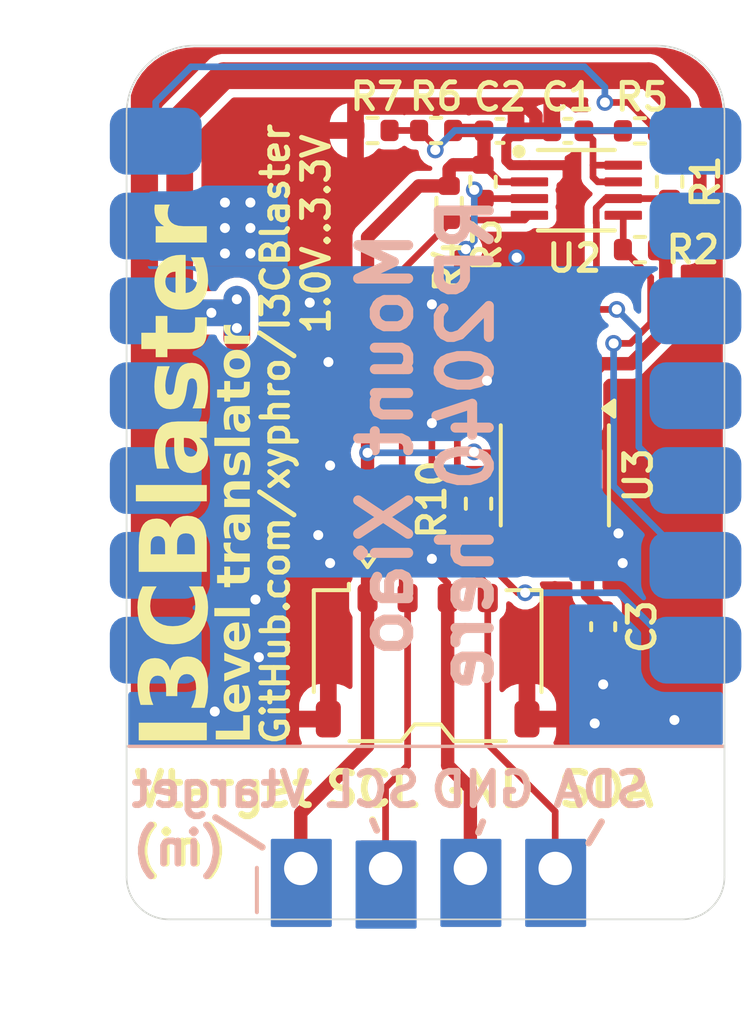
<source format=kicad_pcb>
(kicad_pcb (version 20240108) (generator "pcbnew") (generator_version "8.0")
  (layers (0 "F.Cu" signal) (31 "B.Cu" signal) (34 "B.Paste" user) (35 "F.Paste" user) (36 "B.SilkS" user "B.Silkscreen") (37 "F.SilkS" user "F.Silkscreen") (38 "B.Mask" user) (39 "F.Mask" user) (44 "Edge.Cuts" user))
  (net 0 "")
  (net 1 "Net-(U2-EN)")
  (net 2 "GND")
  (net 3 "VIO")
  (net 4 "Net-(U1-PA8_A4_D4_SDA)")
  (net 5 "+3V3")
  (net 6 "Net-(U1-PA9_A5_D5_SCL)")
  (net 14 "SDA")
  (net 15 "SCL")
  (net 16 "Net-(U1-PA02_A0_D0)")
  (net 18 "EN_ACC")
  (net 19 "+5V")
  (net 20 "Net-(U3-EN)")
  (footprint "Resistor_SMD:R_0402_1005Metric" (layer "F.Cu") (at 103.759 108.585 90)
    (property "Reference" "R10" (at 0.127 -1.397 270) (layer "F.SilkS") (effects (font (size 0.8 0.8))))
    (property "Value" "1k")
    (fp_line (start -0.153641 -0.38) (end 0.153641 -0.38) (stroke (width 0.12)) (layer "F.SilkS"))
    (fp_line (start -0.153641 0.38) (end 0.153641 0.38) (stroke (width 0.12)) (layer "F.SilkS"))
    (pad "1" smd roundrect (at -0.51 0 90) (size 0.54 0.64) (layers "F.Cu" "F.Paste" "F.Mask") (net 18 "EN_ACC"))
    (pad "2" smd roundrect (at 0.51 0 90) (size 0.54 0.64) (layers "F.Cu" "F.Paste" "F.Mask") (net 20 "Net-(U3-EN)"))
  )
  (footprint "Connector_JST:JST_ACH_BM04B-ACHSS-A-GAN-ETF_1x04-1MP_P1.20mm_Vertical" (layer "F.Cu") (at 102.235 113.284)
    (property "Reference" "J1" (hide yes))
    (property "Value" "Conn_01x04_MountingPin")
    (fp_line (start -3.41 -2.11) (end -2.36 -2.11) (stroke (width 0.12)) (layer "F.SilkS"))
    (fp_line (start -3.41 0.94) (end -3.41 -2.11) (stroke (width 0.12)) (layer "F.SilkS"))
    (fp_line (start -2.36 -2.11) (end -2.36 -2.3) (stroke (width 0.12)) (layer "F.SilkS"))
    (fp_line (start -2.34 2.41) (end -0.79 2.41) (stroke (width 0.12)) (layer "F.SilkS"))
    (fp_line (start -2.05 -3.153553) (end -1.8 -2.8) (stroke (width 0.12)) (layer "F.SilkS"))
    (fp_line (start -1.8 -2.8) (end -1.55 -3.153553) (stroke (width 0.12)) (layer "F.SilkS"))
    (fp_line (start -1.55 -3.153553) (end -2.05 -3.153553) (stroke (width 0.12)) (layer "F.SilkS"))
    (fp_line (start -0.79 2.41) (end -0.39 1.91) (stroke (width 0.12)) (layer "F.SilkS"))
    (fp_line (start -0.39 1.91) (end 0.39 1.91) (stroke (width 0.12)) (layer "F.SilkS"))
    (fp_line (start 0.39 1.91) (end 0.79 2.41) (stroke (width 0.12)) (layer "F.SilkS"))
    (fp_line (start 0.79 2.41) (end 2.34 2.41) (stroke (width 0.12)) (layer "F.SilkS"))
    (fp_line (start 3.41 -2.11) (end 2.36 -2.11) (stroke (width 0.12)) (layer "F.SilkS"))
    (fp_line (start 3.41 0.94) (end 3.41 -2.11) (stroke (width 0.12)) (layer "F.SilkS"))
    (pad "1" smd roundrect (at -1.8 -1.875) (size 0.6 0.85) (layers "F.Cu" "F.Paste" "F.Mask") (net 3 "VIO"))
    (pad "2" smd roundrect (at -0.6 -1.875) (size 0.6 0.85) (layers "F.Cu" "F.Paste" "F.Mask") (net 15 "SCL"))
    (pad "3" smd roundrect (at 0.6 -1.875) (size 0.6 0.85) (layers "F.Cu" "F.Paste" "F.Mask") (net 2 "GND"))
    (pad "4" smd roundrect (at 1.8 -1.875) (size 0.6 0.85) (layers "F.Cu" "F.Paste" "F.Mask") (net 14 "SDA"))
    (pad "MP" smd roundrect (at -2.975 1.75) (size 0.75 1.1) (layers "F.Cu" "F.Paste" "F.Mask") (net 2 "GND"))
    (pad "MP" smd roundrect (at 2.975 1.75) (size 0.75 1.1) (layers "F.Cu" "F.Paste" "F.Mask") (net 2 "GND"))
  )
  (footprint "Resistor_SMD:R_0402_1005Metric" (layer "F.Cu") (at 102.878 99.58 -90)
    (property "Reference" "R4" (at 1.893 0.008 -90) (layer "F.SilkS") (effects (font (size 0.8 0.8))))
    (property "Value" "4k7")
    (fp_line (start -0.153641 0.38) (end 0.153641 0.38) (stroke (width 0.12)) (layer "F.SilkS"))
    (fp_line (start -0.153641 -0.38) (end 0.153641 -0.38) (stroke (width 0.12)) (layer "F.SilkS"))
    (pad "1" smd roundrect (at -0.51 0 270) (size 0.54 0.64) (layers "F.Cu" "F.Paste" "F.Mask") (net 3 "VIO"))
    (pad "2" smd roundrect (at 0.51 0 270) (size 0.54 0.64) (layers "F.Cu" "F.Paste" "F.Mask") (net 15 "SCL"))
  )
  (footprint "Package_SO:VSSOP-8_3.0x3.0mm_P0.65mm" (layer "F.Cu") (at 106.045 107.737 -90)
    (property "Reference" "U3" (at 0 -2.5 90) (layer "F.SilkS") (effects (font (size 0.8 0.8))))
    (property "Value" "NCA9700")
    (fp_line (start 1.5 1.62) (end -1.5 1.62) (stroke (width 0.12)) (layer "F.SilkS"))
    (fp_line (start 1.5 -1.62) (end -1.5 -1.62) (stroke (width 0.12)) (layer "F.SilkS"))
    (fp_poly (pts (xy -2 -1.45) (xy -2.24 -1.78) (xy -1.76 -1.78) (xy -2 -1.45)) (stroke (width 0.12)) (fill solid) (layer "F.SilkS"))
    (pad "1" smd rect (at -2.2 -0.975 180) (size 0.45 1.45) (layers "F.Cu" "F.Paste" "F.Mask") (net 5 "+3V3"))
    (pad "2" smd rect (at -2.2 -0.325 180) (size 0.45 1.45) (layers "F.Cu" "F.Paste" "F.Mask"))
    (pad "3" smd rect (at -2.2 0.325 180) (size 0.45 1.45) (layers "F.Cu" "F.Paste" "F.Mask") (net 4 "Net-(U1-PA8_A4_D4_SDA)"))
    (pad "4" smd rect (at -2.2 0.975 180) (size 0.45 1.45) (layers "F.Cu" "F.Paste" "F.Mask") (net 2 "GND"))
    (pad "5" smd rect (at 2.2 0.975 180) (size 0.45 1.45) (layers "F.Cu" "F.Paste" "F.Mask") (net 20 "Net-(U3-EN)"))
    (pad "6" smd rect (at 2.2 0.325 180) (size 0.45 1.45) (layers "F.Cu" "F.Paste" "F.Mask"))
    (pad "7" smd rect (at 2.2 -0.325 180) (size 0.45 1.45) (layers "F.Cu" "F.Paste" "F.Mask") (net 14 "SDA"))
    (pad "8" smd rect (at 2.2 -0.975 180) (size 0.45 1.45) (layers "F.Cu" "F.Paste" "F.Mask") (net 3 "VIO"))
  )
  (footprint "Resistor_SMD:R_0402_1005Metric" (layer "F.Cu") (at 102.489 97.409 180)
    (property "Reference" "R6" (at 0 1.016 180) (layer "F.SilkS") (effects (font (size 0.8 0.8))))
    (property "Value" "10k")
    (fp_line (start -0.153641 0.38) (end 0.153641 0.38) (stroke (width 0.12)) (layer "F.SilkS"))
    (fp_line (start -0.153641 -0.38) (end 0.153641 -0.38) (stroke (width 0.12)) (layer "F.SilkS"))
    (pad "1" smd roundrect (at -0.51 0 180) (size 0.54 0.64) (layers "F.Cu" "F.Paste" "F.Mask") (net 3 "VIO"))
    (pad "2" smd roundrect (at 0.51 0 180) (size 0.54 0.64) (layers "F.Cu" "F.Paste" "F.Mask") (net 16 "Net-(U1-PA02_A0_D0)"))
  )
  (footprint "Resistor_SMD:R_0402_1005Metric" (layer "F.Cu") (at 108.593 97.421 180)
    (property "Reference" "R5" (at -0.0615 1.012 180) (layer "F.SilkS") (effects (font (size 0.8 0.8))))
    (property "Value" "210k")
    (fp_line (start -0.153641 0.38) (end 0.153641 0.38) (stroke (width 0.12)) (layer "F.SilkS"))
    (fp_line (start -0.153641 -0.38) (end 0.153641 -0.38) (stroke (width 0.12)) (layer "F.SilkS"))
    (pad "1" smd roundrect (at -0.51 0 180) (size 0.54 0.64) (layers "F.Cu" "F.Paste" "F.Mask") (net 19 "+5V"))
    (pad "2" smd roundrect (at 0.51 0 180) (size 0.54 0.64) (layers "F.Cu" "F.Paste" "F.Mask") (net 1 "Net-(U2-EN)"))
  )
  (footprint "Capacitor_SMD:C_0402_1005Metric" (layer "F.Cu") (at 104.402 97.421)
    (property "Reference" "C2" (at 0 -1.012 0) (layer "F.SilkS") (effects (font (size 0.8 0.8))))
    (property "Value" "100n")
    (fp_line (start -0.107836 -0.36) (end 0.107836 -0.36) (stroke (width 0.12)) (layer "F.SilkS"))
    (fp_line (start -0.107836 0.36) (end 0.107836 0.36) (stroke (width 0.12)) (layer "F.SilkS"))
    (pad "1" smd roundrect (at -0.48 0) (size 0.56 0.62) (layers "F.Cu" "F.Paste" "F.Mask") (net 3 "VIO"))
    (pad "2" smd roundrect (at 0.48 0) (size 0.56 0.62) (layers "F.Cu" "F.Paste" "F.Mask") (net 2 "GND"))
  )
  (footprint "Resistor_SMD:R_0402_1005Metric" (layer "F.Cu") (at 108.593 100.977 180)
    (property "Reference" "R2" (at -1.5855 -0.004 180) (layer "F.SilkS") (effects (font (size 0.8 0.8))))
    (property "Value" "2k2")
    (fp_line (start -0.153641 0.38) (end 0.153641 0.38) (stroke (width 0.12)) (layer "F.SilkS"))
    (fp_line (start -0.153641 -0.38) (end 0.153641 -0.38) (stroke (width 0.12)) (layer "F.SilkS"))
    (pad "1" smd roundrect (at -0.51 0 180) (size 0.54 0.64) (layers "F.Cu" "F.Paste" "F.Mask") (net 5 "+3V3"))
    (pad "2" smd roundrect (at 0.51 0 180) (size 0.54 0.64) (layers "F.Cu" "F.Paste" "F.Mask") (net 6 "Net-(U1-PA9_A5_D5_SCL)"))
  )
  (footprint "Capacitor_SMD:C_0402_1005Metric" (layer "F.Cu") (at 106.434 97.421 180)
    (property "Reference" "C1" (at 0 1.012 180) (layer "F.SilkS") (effects (font (size 0.8 0.8))))
    (property "Value" "100n")
    (fp_line (start -0.107836 0.36) (end 0.107836 0.36) (stroke (width 0.12)) (layer "F.SilkS"))
    (fp_line (start -0.107836 -0.36) (end 0.107836 -0.36) (stroke (width 0.12)) (layer "F.SilkS"))
    (pad "1" smd roundrect (at -0.48 0 180) (size 0.56 0.62) (layers "F.Cu" "F.Paste" "F.Mask") (net 1 "Net-(U2-EN)"))
    (pad "2" smd roundrect (at 0.48 0 180) (size 0.56 0.62) (layers "F.Cu" "F.Paste" "F.Mask") (net 2 "GND"))
  )
  (footprint "Resistor_SMD:R_0402_1005Metric" (layer "F.Cu") (at 103.894 98.947 -90)
    (property "Reference" "R3" (at 1.891 -0.119 90) (layer "F.SilkS") (effects (font (size 0.8 0.8))))
    (property "Value" "4k7")
    (fp_line (start -0.153641 0.38) (end 0.153641 0.38) (stroke (width 0.12)) (layer "F.SilkS"))
    (fp_line (start -0.153641 -0.38) (end 0.153641 -0.38) (stroke (width 0.12)) (layer "F.SilkS"))
    (pad "1" smd roundrect (at -0.51 0 270) (size 0.54 0.64) (layers "F.Cu" "F.Paste" "F.Mask") (net 3 "VIO"))
    (pad "2" smd roundrect (at 0.51 0 270) (size 0.54 0.64) (layers "F.Cu" "F.Paste" "F.Mask") (net 14 "SDA"))
  )
  (footprint "Resistor_SMD:R_0402_1005Metric" (layer "F.Cu") (at 100.584 97.409 180)
    (property "Reference" "R7" (at -0.127 1.016 180) (layer "F.SilkS") (effects (font (size 0.8 0.8))))
    (property "Value" "10k")
    (fp_line (start -0.153641 0.38) (end 0.153641 0.38) (stroke (width 0.12)) (layer "F.SilkS"))
    (fp_line (start -0.153641 -0.38) (end 0.153641 -0.38) (stroke (width 0.12)) (layer "F.SilkS"))
    (pad "1" smd roundrect (at -0.51 0 180) (size 0.54 0.64) (layers "F.Cu" "F.Paste" "F.Mask") (net 16 "Net-(U1-PA02_A0_D0)"))
    (pad "2" smd roundrect (at 0.51 0 180) (size 0.54 0.64) (layers "F.Cu" "F.Paste" "F.Mask") (net 2 "GND"))
  )
  (footprint "Resistor_SMD:R_0402_1005Metric" (layer "F.Cu") (at 109.482 98.945 -90)
    (property "Reference" "R1" (at 0.004 -1.0775 90) (layer "F.SilkS") (effects (font (size 0.8 0.8))))
    (property "Value" "2k2")
    (fp_line (start -0.153641 0.38) (end 0.153641 0.38) (stroke (width 0.12)) (layer "F.SilkS"))
    (fp_line (start -0.153641 -0.38) (end 0.153641 -0.38) (stroke (width 0.12)) (layer "F.SilkS"))
    (pad "1" smd roundrect (at -0.51 0 270) (size 0.54 0.64) (layers "F.Cu" "F.Paste" "F.Mask") (net 5 "+3V3"))
    (pad "2" smd roundrect (at 0.51 0 270) (size 0.54 0.64) (layers "F.Cu" "F.Paste" "F.Mask") (net 4 "Net-(U1-PA8_A4_D4_SDA)"))
  )
  (footprint "Capacitor_SMD:C_0402_1005Metric" (layer "F.Cu") (at 107.4928 112.268 -90)
    (property "Reference" "C3" (at 0 -1.16 90) (layer "F.SilkS") (effects (font (size 0.8 0.8))))
    (property "Value" "100n")
    (fp_line (start -0.107836 0.36) (end 0.107836 0.36) (stroke (width 0.12)) (layer "F.SilkS"))
    (fp_line (start -0.107836 -0.36) (end 0.107836 -0.36) (stroke (width 0.12)) (layer "F.SilkS"))
    (pad "1" smd roundrect (at -0.48 0 270) (size 0.56 0.62) (layers "F.Cu" "F.Paste" "F.Mask") (net 3 "VIO"))
    (pad "2" smd roundrect (at 0.48 0 270) (size 0.56 0.62) (layers "F.Cu" "F.Paste" "F.Mask") (net 2 "GND"))
  )
  (footprint "Library:SOP50P310X90-8N" (layer "F.Cu") (at 106.688 99.199)
    (property "Reference" "U2" (at -0.0655 2.036 0) (layer "F.SilkS") (effects (font (size 0.8 0.8))))
    (property "Value" "LSF0102" (hide yes))
    (fp_line (start -1.15 -1.205) (end 1.15 -1.205) (stroke (width 0.127)) (layer "F.SilkS"))
    (fp_line (start -1.15 1.205) (end 1.15 1.205) (stroke (width 0.127)) (layer "F.SilkS"))
    (fp_circle (center -1.72 -1.16) (end -1.62 -1.16) (stroke (width 0.2)) (fill none) (layer "F.SilkS"))
    (pad "1" smd roundrect (at -1.405 -0.75) (size 1.12 0.27) (layers "F.Cu" "F.Paste" "F.Mask") (roundrect_rratio 0.125) (net 2 "GND"))
    (pad "2" smd roundrect (at -1.405 -0.25) (size 1.12 0.27) (layers "F.Cu" "F.Paste" "F.Mask") (roundrect_rratio 0.125) (net 3 "VIO"))
    (pad "3" smd roundrect (at -1.405 0.25) (size 1.12 0.27) (layers "F.Cu" "F.Paste" "F.Mask") (roundrect_rratio 0.125) (net 14 "SDA"))
    (pad "4" smd roundrect (at -1.405 0.75) (size 1.12 0.27) (layers "F.Cu" "F.Paste" "F.Mask") (roundrect_rratio 0.125) (net 15 "SCL"))
    (pad "5" smd roundrect (at 1.405 0.75) (size 1.12 0.27) (layers "F.Cu" "F.Paste" "F.Mask") (roundrect_rratio 0.125) (net 6 "Net-(U1-PA9_A5_D5_SCL)"))
    (pad "6" smd roundrect (at 1.405 0.25) (size 1.12 0.27) (layers "F.Cu" "F.Paste" "F.Mask") (roundrect_rratio 0.125) (net 4 "Net-(U1-PA8_A4_D4_SDA)"))
    (pad "7" smd roundrect (at 1.405 -0.25) (size 1.12 0.27) (layers "F.Cu" "F.Paste" "F.Mask") (roundrect_rratio 0.125) (net 1 "Net-(U2-EN)"))
    (pad "8" smd roundrect (at 1.405 -0.75) (size 1.12 0.27) (layers "F.Cu" "F.Paste" "F.Mask") (roundrect_rratio 0.125) (net 1 "Net-(U2-EN)"))
  )
  (footprint "Library:MOUDLE14P-SMD-2.54-21X17.8MM" (layer "B.Cu") (at 111.091 115.851 180)
    (property "Reference" "U1" (hide yes))
    (property "Value" "MOUDLE-SEEEDUINO-XIAO")
    (fp_line (start 0 0) (end 17.8 0) (stroke (width 0.1)) (layer "B.SilkS"))
    (pad "1" smd roundrect (at 0.835 18.12 180) (size 2.75 2) (layers "B.Cu" "B.Paste" "B.Mask") (net 16 "Net-(U1-PA02_A0_D0)"))
    (pad "2" smd roundrect (at 0.835 15.58 180) (size 2.75 2) (layers "B.Cu" "B.Paste" "B.Mask"))
    (pad "3" smd roundrect (at 0.835 13.04 180) (size 2.75 2) (layers "B.Cu" "B.Paste" "B.Mask"))
    (pad "4" smd roundrect (at 0.835 10.5 180) (size 2.75 2) (layers "B.Cu" "B.Paste" "B.Mask"))
    (pad "5" smd roundrect (at 0.835 7.96 180) (size 2.75 2) (layers "B.Cu" "B.Paste" "B.Mask") (net 4 "Net-(U1-PA8_A4_D4_SDA)"))
    (pad "6" smd roundrect (at 0.835 5.42 180) (size 2.75 2) (layers "B.Cu" "B.Paste" "B.Mask") (net 6 "Net-(U1-PA9_A5_D5_SCL)"))
    (pad "7" smd roundrect (at 0.835 2.88 180) (size 2.75 2) (layers "B.Cu" "B.Paste" "B.Mask") (net 18 "EN_ACC"))
    (pad "8" smd roundrect (at 17 2.88 180) (size 2.75 2) (layers "B.Cu" "B.Paste" "B.Mask"))
    (pad "9" smd roundrect (at 17 5.42 180) (size 2.75 2) (layers "B.Cu" "B.Paste" "B.Mask"))
    (pad "10" smd roundrect (at 17 7.96 180) (size 2.75 2) (layers "B.Cu" "B.Paste" "B.Mask"))
    (pad "11" smd roundrect (at 17 10.5 180) (size 2.75 2) (layers "B.Cu" "B.Paste" "B.Mask"))
    (pad "12" smd roundrect (at 17 13.04 180) (size 2.75 2) (layers "B.Cu" "B.Paste" "B.Mask") (net 5 "+3V3"))
    (pad "13" smd roundrect (at 17 15.58 180) (size 2.75 2) (layers "B.Cu" "B.Paste" "B.Mask") (net 2 "GND"))
    (pad "14" smd roundrect (at 17 18.12 180) (size 2.75 2) (layers "B.Cu" "B.Paste" "B.Mask") (net 19 "+5V"))
  )
  (footprint "Connector_PinHeader_2.54mm:PinHeader_1x04_P2.54mm_Vertical" (layer "B.Cu") (at 98.435 119.507 -90)
    (property "Reference" "J2" (hide yes))
    (property "Value" "Conn_01x04")
    (fp_line (start 1.31 1.315) (end -0.02 1.315) (stroke (width 0.12)) (layer "B.SilkS"))
    (pad "1" thru_hole rect (at 0 0 270) (size 1.7 1.7) (drill 1) (layers "*.Cu" "*.Mask") (net 3 "VIO"))
    (pad "2" thru_hole oval (at 0 -2.54 270) (size 1.7 1.7) (drill 1) (layers "*.Cu" "*.Mask") (net 15 "SCL"))
    (pad "3" thru_hole oval (at 0 -5.08 270) (size 1.7 1.7) (drill 1) (layers "*.Cu" "*.Mask") (net 2 "GND"))
    (pad "4" thru_hole oval (at 0 -7.62 270) (size 1.7 1.7) (drill 1) (layers "*.Cu" "*.Mask") (net 14 "SDA"))
  )
  (gr_rect (start 105.2068 118.6688) (end 106.934 121.2088) (stroke (width 0.1)) (fill solid) (layer "B.Cu") (net 14))
  (gr_rect (start 100.1268 118.7196) (end 101.854 121.2596) (stroke (width 0.1)) (fill solid) (layer "B.Cu") (net 15))
  (gr_rect (start 97.5868 118.6688) (end 99.314 121.2088) (stroke (width 0.1)) (fill solid) (layer "B.Cu") (net 3))
  (gr_rect (start 102.6668 118.6688) (end 104.394 121.2088) (stroke (width 0.1)) (fill solid) (layer "B.Cu") (net 2))
  (gr_line (start 107.061 118.745) (end 107.442 118.11) (stroke (width 0.2)) (layer "B.SilkS"))
  (gr_line (start 103.759 118.4275) (end 103.886 118.11) (stroke (width 0.2)) (layer "B.SilkS"))
  (gr_line (start 100.711 118.364) (end 100.584 118.07825) (stroke (width 0.2)) (layer "B.SilkS"))
  (gr_line (start 97.282 118.872) (end 95.885 117.983) (stroke (width 0.2)) (layer "B.SilkS"))
  (gr_line (start 95.885 117.983) (end 97.282 118.872) (stroke (width 0.2)) (layer "F.SilkS"))
  (gr_line (start 103.886 118.11) (end 103.759 118.4275) (stroke (width 0.2)) (layer "F.SilkS"))
  (gr_line (start 107.442 118.11) (end 107.061 118.745) (stroke (width 0.2)) (layer "F.SilkS"))
  (gr_line (start 100.584 118.0465) (end 100.711 118.364) (stroke (width 0.2)) (layer "F.SilkS"))
  (gr_arc (start 111.125 119.761) (mid 110.753026 120.659026) (end 109.855 121.031) (stroke (width 0.05)) (layer "Edge.Cuts"))
  (gr_line (start 93.218 96.901) (end 93.218 119.761) (stroke (width 0.05)) (layer "Edge.Cuts"))
  (gr_line (start 111.125 119.761) (end 111.125 96.901) (stroke (width 0.05)) (layer "Edge.Cuts"))
  (gr_arc (start 109.093 94.869) (mid 110.529841 95.464159) (end 111.125 96.901) (stroke (width 0.05)) (layer "Edge.Cuts"))
  (gr_line (start 94.488 121.031) (end 109.855 121.031) (stroke (width 0.05)) (layer "Edge.Cuts"))
  (gr_arc (start 94.488 121.031) (mid 93.589974 120.659026) (end 93.218 119.761) (stroke (width 0.05)) (layer "Edge.Cuts"))
  (gr_arc (start 93.218 96.901) (mid 93.813159 95.464159) (end 95.25 94.869) (stroke (width 0.05)) (layer "Edge.Cuts"))
  (gr_line (start 109.093 94.869) (end 95.25 94.869) (stroke (width 0.05)) (layer "Edge.Cuts"))
  (gr_text "GND" (at 105.537 117.729 -0) (layer "B.SilkS") (effects (font (size 1 1) (thickness 0.2) (bold yes)) (justify left bottom mirror)))
  (gr_text "Vtarget" (at 98.806 117.729 -0) (layer "B.SilkS") (effects (font (size 1 1) (thickness 0.2) (bold yes)) (justify left bottom mirror)))
  (gr_text "SDA" (at 108.966 117.729 -0) (layer "B.SilkS") (effects (font (size 1 1) (thickness 0.2) (bold yes)) (justify left bottom mirror)))
  (gr_text "SCL" (at 102.108 117.729 -0) (layer "B.SilkS") (effects (font (size 1 1) (thickness 0.2) (bold yes)) (justify left bottom mirror)))
  (gr_text "(in)" (at 96.266 119.4816 -0) (layer "B.SilkS") (effects (font (size 1 1) (thickness 0.2) (bold yes)) (justify left bottom mirror)))
  (gr_text "Mount Xiao\nRP2040 here" (at 104.267 106.807 90) (layer "B.SilkS") (effects (font (size 1.5 1.5) (thickness 0.3) (bold yes)) (justify bottom mirror)))
  (gr_text "GitHub.com/xyphro/I3CBlaster" (at 98.1456 115.8748 90) (layer "F.SilkS") (effects (font (size 0.8 0.8) (thickness 0.15) (bold yes)) (justify left bottom)))
  (gr_text "SCL" (at 99.06 117.729 0) (layer "F.SilkS") (effects (font (size 1 1) (thickness 0.2) (bold yes)) (justify left bottom)))
  (gr_text "I3CBlaster" (at 95.9612 115.9256 90) (layer "F.SilkS") (effects (font (size 2 2) (thickness 0.1)) (justify left bottom)))
  (gr_text "GND" (at 102.235 117.729 0) (layer "F.SilkS") (effects (font (size 1 1) (thickness 0.2) (bold yes)) (justify left bottom)))
  (gr_text "(in)" (at 93.3704 119.4816 0) (layer "F.SilkS") (effects (font (size 1 1) (thickness 0.2) (bold yes)) (justify left bottom)))
  (gr_text "Vtarget" (at 93.345 117.729 0) (layer "F.SilkS") (effects (font (size 1 1) (thickness 0.2) (bold yes)) (justify left bottom)))
  (gr_text "Level translator" (at 97.0788 115.7732 90) (layer "F.SilkS") (effects (font (size 1 1) (thickness 0.1)) (justify left bottom)))
  (gr_text "SDA" (at 106.045 117.729 0) (layer "F.SilkS") (effects (font (size 1 1) (thickness 0.2) (bold yes)) (justify left bottom)))
  (gr_text "1.0V..3.3V" (at 99.3648 103.5812 90) (layer "F.SilkS") (effects (font (size 0.8 0.8) (thickness 0.15) (bold yes)) (justify left bottom)))
  (segment (start 108.093 98.449) (end 107.188 98.449) (width 0.2) (layer "F.Cu") (net 1))
  (segment (start 107.331 98.949) (end 107.188 98.806) (width 0.2) (layer "F.Cu") (net 1))
  (segment (start 107.188 97.695) (end 106.914 97.421) (width 0.2) (layer "F.Cu") (net 1))
  (segment (start 108.093 98.949) (end 107.331 98.949) (width 0.2) (layer "F.Cu") (net 1))
  (segment (start 108.083 97.421) (end 106.914 97.421) (width 0.2) (layer "F.Cu") (net 1))
  (segment (start 107.188 98.806) (end 107.188 98.449) (width 0.2) (layer "F.Cu") (net 1))
  (segment (start 107.188 98.449) (end 107.188 97.695) (width 0.2) (layer "F.Cu") (net 1))
  (segment (start 100.074 96.903) (end 100.074 97.409) (width 0.4) (layer "F.Cu") (net 2))
  (segment (start 102.835 110.963) (end 102.835 111.409) (width 0.2) (layer "F.Cu") (net 2))
  (segment (start 105.4795 97.421) (end 105.4795 96.9705) (width 0.4) (layer "F.Cu") (net 2))
  (segment (start 102.362 102.616) (end 102.362 106.172) (width 0.2) (layer "F.Cu") (net 2))
  (segment (start 104.5905 98.314) (end 104.5905 97.7125) (width 0.3) (layer "F.Cu") (net 2))
  (segment (start 106.426 100.457) (end 105.791 101.092) (width 0.3) (layer "F.Cu") (net 2))
  (segment (start 105.4795 96.9705) (end 105.248 96.739) (width 0.4) (layer "F.Cu") (net 2))
  (segment (start 105.954 97.421) (end 105.4795 97.421) (width 0.4) (layer "F.Cu") (net 2))
  (segment (start 104.5905 97.7125) (end 104.882 97.421) (width 0.3) (layer "F.Cu") (net 2))
  (segment (start 106.323 98.449) (end 106.426 98.552) (width 0.3) (layer "F.Cu") (net 2))
  (segment (start 102.362 110.236) (end 102.362 106.172) (width 0.2) (layer "F.Cu") (net 2))
  (segment (start 105.4795 97.421) (end 104.882 97.421) (width 0.4) (layer "F.Cu") (net 2))
  (segment (start 105.283 98.449) (end 104.7255 98.449) (width 0.3) (layer "F.Cu") (net 2))
  (segment (start 102.362 110.49) (end 102.835 110.963) (width 0.2) (layer "F.Cu") (net 2))
  (segment (start 102.362 110.236) (end 102.362 110.49) (width 0.2) (layer "F.Cu") (net 2))
  (segment (start 104.7255 98.449) (end 104.5905 98.314) (width 0.3) (layer "F.Cu") (net 2))
  (segment (start 106.426 98.552) (end 106.426 100.457) (width 0.3) (layer "F.Cu") (net 2))
  (segment (start 105.248 96.739) (end 100.238 96.739) (width 0.4) (layer "F.Cu") (net 2))
  (segment (start 103.515 117.104) (end 102.835 116.424) (width 0.4) (layer "F.Cu") (net 2))
  (segment (start 103.515 119.507) (end 103.515 117.104) (width 0.4) (layer "F.Cu") (net 2))
  (segment (start 100.238 96.739) (end 100.074 96.903) (width 0.4) (layer "F.Cu") (net 2))
  (segment (start 105.283 98.449) (end 106.323 98.449) (width 0.3) (layer "F.Cu") (net 2))
  (segment (start 102.835 116.424) (end 102.835 111.409) (width 0.4) (layer "F.Cu") (net 2))
  (via (at 99.314 110.363) (size 0.5) (drill 0.3) (layers "F.Cu" "B.Cu") (net 2))
  (via (at 102.362 102.616) (size 0.5) (drill 0.3) (layers "F.Cu" "B.Cu") (net 2))
  (via (at 107.2388 115.1636) (size 0.5) (drill 0.3) (layers "F.Cu" "B.Cu") (net 2))
  (via (at 107.95 109.474) (size 0.5) (drill 0.3) (layers "F.Cu" "B.Cu") (net 2))
  (via (at 96.9264 99.568) (size 0.5) (drill 0.3) (layers "F.Cu" "B.Cu") (net 2))
  (via (at 97.0788 111.4552) (size 0.5) (drill 0.3) (layers "F.Cu" "B.Cu") (net 2))
  (via (at 102.362 110.236) (size 0.5) (drill 0.3) (layers "F.Cu" "B.Cu") (net 2))
  (via (at 104.013 104.902) (size 0.5) (drill 0.3) (layers "F.Cu" "B.Cu") (net 2))
  (via (at 99.314 107.442) (size 0.5) (drill 0.3) (layers "F.Cu" "B.Cu") (net 2))
  (via (at 102.362 106.172) (size 0.5) (drill 0.3) (layers "F.Cu" "B.Cu") (net 2))
  (via (at 97.1804 113.1824) (size 0.5) (drill 0.3) (layers "F.Cu" "B.Cu") (net 2))
  (via (at 96.1644 100.33) (size 0.5) (drill 0.3) (layers "F.Cu" "B.Cu") (net 2))
  (via (at 95.8596 114.808) (size 0.5) (drill 0.3) (layers "F.Cu" "B.Cu") (net 2))
  (via (at 96.9264 100.33) (size 0.5) (drill 0.3) (layers "F.Cu" "B.Cu") (net 2))
  (via (at 108.077 110.363) (size 0.5) (drill 0.3) (layers "F.Cu" "B.Cu") (net 2))
  (via (at 109.6264 115.062) (size 0.5) (drill 0.3) (layers "F.Cu" "B.Cu") (net 2))
  (via (at 98.9584 109.5248) (size 0.5) (drill 0.3) (layers "F.Cu" "B.Cu") (net 2))
  (via (at 96.1644 99.568) (size 0.5) (drill 0.3) (layers "F.Cu" "B.Cu") (net 2))
  (via (at 96.1644 101.092) (size 0.5) (drill 0.3) (layers "F.Cu" "B.Cu") (net 2))
  (via (at 104.902 101.219) (size 0.5) (drill 0.3) (layers "F.Cu" "B.Cu") (net 2))
  (via (at 98.7044 102.5652) (size 0.5) (drill 0.3) (layers "F.Cu" "B.Cu") (net 2))
  (via (at 96.9264 101.092) (size 0.5) (drill 0.3) (layers "F.Cu" "B.Cu") (net 2))
  (via (at 99.2632 104.3432) (size 0.5) (drill 0.3) (layers "F.Cu" "B.Cu") (net 2))
  (via (at 107.4928 113.9952) (size 0.5) (drill 0.3) (layers "F.Cu" "B.Cu") (net 2))
  (segment (start 94.091 100.271) (end 94.15 100.33) (width 0.8) (layer "B.Cu") (net 2))
  (segment (start 101.971 99.07) (end 100.435 100.606) (width 0.4) (layer "F.Cu") (net 3))
  (segment (start 102.878 99.07) (end 101.971 99.07) (width 0.4) (layer "F.Cu") (net 3))
  (segment (start 105.283 98.949) (end 104.406 98.949) (width 0.2) (layer "F.Cu") (net 3))
  (segment (start 107.02 109.937) (end 107.02 111.3152) (width 0.4) (layer "F.Cu") (net 3))
  (segment (start 102.878 99.07) (end 102.878 98.564) (width 0.4) (layer "F.Cu") (net 3))
  (segment (start 100.435 115.846) (end 98.435 117.846) (width 0.4) (layer "F.Cu") (net 3))
  (segment (start 103.623215 107.03298) (end 103.651235 107.061) (width 0.2) (layer "F.Cu") (net 3))
  (segment (start 103.005 98.437) (end 103.894 98.437) (width 0.4) (layer "F.Cu") (net 3))
  (segment (start 102.878 98.564) (end 103.005 98.437) (width 0.4) (layer "F.Cu") (net 3))
  (segment (start 103.922 97.421) (end 103.922 98.409) (width 0.4) (layer "F.Cu") (net 3))
  (segment (start 104.406 98.949) (end 103.894 98.437) (width 0.2) (layer "F.Cu") (net 3))
  (segment (start 102.999 97.409) (end 103.91 97.409) (width 0.4) (layer "F.Cu") (net 3))
  (segment (start 107.02 107.061) (end 107.02 109.937) (width 0.4) (layer "F.Cu") (net 3))
  (segment (start 98.435 117.846) (end 98.435 119.507) (width 0.4) (layer "F.Cu") (net 3))
  (segment (start 107.02 111.3152) (end 107.4928 111.788) (width 0.4) (layer "F.Cu") (net 3))
  (segment (start 100.435 111.409) (end 100.435 115.846) (width 0.4) (layer "F.Cu") (net 3))
  (segment (start 100.435 100.606) (end 100.435 111.409) (width 0.4) (layer "F.Cu") (net 3))
  (segment (start 103.91 97.409) (end 103.922 97.421) (width 0.4) (layer "F.Cu") (net 3))
  (segment (start 103.922 98.409) (end 103.894 98.437) (width 0.4) (layer "F.Cu") (net 3))
  (segment (start 103.651235 107.061) (end 107.02 107.061) (width 0.2) (layer "F.Cu") (net 3))
  (via (at 103.623215 107.03298) (size 0.5) (drill 0.3) (layers "F.Cu" "B.Cu") (net 3))
  (via (at 100.435 107.061) (size 0.5) (drill 0.3) (layers "F.Cu" "B.Cu") (net 3))
  (segment (start 100.435 107.061) (end 103.595195 107.061) (width 0.2) (layer "B.Cu") (net 3))
  (segment (start 103.595195 107.061) (end 103.623215 107.03298) (width 0.2) (layer "B.Cu") (net 3))
  (segment (start 107.2896 102.7684) (end 106.8344 102.7684) (width 0.2) (layer "F.Cu") (net 4))
  (segment (start 105.2944 104.2784) (end 105.2944 103.2884) (width 0.2) (layer "F.Cu") (net 4))
  (segment (start 105.72 105.537) (end 105.72 104.704) (width 0.2) (layer "F.Cu") (net 4))
  (segment (start 108.093 99.449) (end 107.563282 99.449) (width 0.2) (layer "F.Cu") (net 4))
  (segment (start 105.2944 103.2884) (end 105.8144 102.7684) (width 0.2) (layer "F.Cu") (net 4))
  (segment (start 107.2896 100.175318) (end 107.2896 102.7684) (width 0.2) (layer "F.Cu") (net 4))
  (segment (start 107.283 100.168718) (end 107.2896 100.175318) (width 0.2) (layer "F.Cu") (net 4))
  (segment (start 106.8344 102.7684) (end 105.8144 102.7684) (width 0.2) (layer "F.Cu") (net 4))
  (segment (start 109.476 99.449) (end 109.482 99.455) (width 0.2) (layer "F.Cu") (net 4))
  (segment (start 108.093 99.449) (end 109.476 99.449) (width 0.2) (layer "F.Cu") (net 4))
  (segment (start 107.8992 102.7684) (end 106.8344 102.7684) (width 0.2) (layer "F.Cu") (net 4))
  (segment (start 105.72 104.704) (end 105.2944 104.2784) (width 0.2) (layer "F.Cu") (net 4))
  (segment (start 107.283 99.729282) (end 107.283 100.168718) (width 0.2) (layer "F.Cu") (net 4))
  (segment (start 107.563282 99.449) (end 107.283 99.729282) (width 0.2) (layer "F.Cu") (net 4))
  (via (at 107.8992 102.7684) (size 0.5) (drill 0.3) (layers "F.Cu" "B.Cu") (net 4))
  (segment (start 108.5596 106.8832) (end 109.5674 107.891) (width 0.2) (layer "B.Cu") (net 4))
  (segment (start 108.5596 103.4288) (end 108.5596 106.8832) (width 0.2) (layer "B.Cu") (net 4))
  (segment (start 109.5674 107.891) (end 110.256 107.891) (width 0.2) (layer "B.Cu") (net 4))
  (segment (start 107.8992 102.7684) (end 108.5596 103.4288) (width 0.2) (layer "B.Cu") (net 4))
  (segment (start 107.02 104.816) (end 107.02 105.537) (width 0.4) (layer "F.Cu") (net 5))
  (segment (start 96.52 102.87) (end 96.52 102.4636) (width 0.8) (layer "F.Cu") (net 5))
  (segment (start 108.85 95.769) (end 96.128 95.769) (width 0.8) (layer "F.Cu") (net 5))
  (segment (start 109.103 100.977) (end 110.0194 100.977) (width 0.4) (layer "F.Cu") (net 5))
  (segment (start 96.128 95.769) (end 94.81 97.087) (width 0.8) (layer "F.Cu") (net 5))
  (segment (start 109.3652 101.2392) (end 109.3652 103.361196) (width 0.4) (layer "F.Cu") (net 5))
  (segment (start 96.52 102.4636) (end 96.52 103.632) (width 0.8) (layer "F.Cu") (net 5))
  (segment (start 109.3652 103.361196) (end 108.332396 104.394) (width 0.4) (layer "F.Cu") (net 5))
  (segment (start 110.3884 100.608) (end 110.0194 100.977) (width 0.4) (layer "F.Cu") (net 5))
  (segment (start 107.442 104.394) (end 107.02 104.816) (width 0.4) (layer "F.Cu") (net 5))
  (segment (start 110.3884 98.435) (end 110.3884 100.608) (width 0.4) (layer "F.Cu") (net 5))
  (segment (start 109.103 100.977) (end 109.3652 101.2392) (width 0.4) (layer "F.Cu") (net 5))
  (segment (start 94.869 102.87) (end 96.52 102.87) (width 0.8) (layer "F.Cu") (net 5))
  (segment (start 109.482 98.435) (end 110.3884 98.435) (width 0.4) (layer "F.Cu") (net 5))
  (segment (start 108.332396 104.394) (end 107.442 104.394) (width 0.4) (layer "F.Cu") (net 5))
  (segment (start 94.81 102.811) (end 94.869 102.87) (width 0.8) (layer "F.Cu") (net 5))
  (segment (start 94.81 97.087) (end 94.81 102.811) (width 0.8) (layer "F.Cu") (net 5))
  (segment (start 110.3884 98.435) (end 110.3884 97.3074) (width 0.4) (layer "F.Cu") (net 5))
  (segment (start 109.728 96.647) (end 108.85 95.769) (width 0.8) (layer "F.Cu") (net 5))
  (segment (start 110.3884 97.3074) (end 109.728 96.647) (width 0.4) (layer "F.Cu") (net 5))
  (via (at 95.758 102.87) (size 0.5) (drill 0.3) (layers "F.Cu" "B.Cu") (net 5))
  (via (at 96.52 102.4636) (size 0.5) (drill 0.3) (layers "F.Cu" "B.Cu") (net 5))
  (via (at 96.52 103.3272) (size 0.5) (drill 0.3) (layers "F.Cu" "B.Cu") (net 5))
  (segment (start 96.52 102.87) (end 96.52 102.4636) (width 0.8) (layer "B.Cu") (net 5))
  (segment (start 94.091 102.811) (end 94.15 102.87) (width 0.8) (layer "B.Cu") (net 5))
  (segment (start 94.15 102.87) (end 95.758 102.87) (width 0.8) (layer "B.Cu") (net 5))
  (segment (start 95.758 102.87) (end 96.52 102.87) (width 0.8) (layer "B.Cu") (net 5))
  (segment (start 96.52 103.3272) (end 96.52 102.4636) (width 0.8) (layer "B.Cu") (net 5))
  (segment (start 108.3056 103.7844) (end 108.9152 103.1748) (width 0.2) (layer "F.Cu") (net 6))
  (segment (start 108.093 99.949) (end 108.093 100.967) (width 0.2) (layer "F.Cu") (net 6))
  (segment (start 108.9152 101.8092) (end 108.083 100.977) (width 0.2) (layer "F.Cu") (net 6))
  (segment (start 107.8056 103.7844) (end 108.3056 103.7844) (width 0.2) (layer "F.Cu") (net 6))
  (segment (start 108.093 100.967) (end 108.083 100.977) (width 0.2) (layer "F.Cu") (net 6))
  (segment (start 108.083 100.977) (end 108.0105 100.977) (width 0.2) (layer "F.Cu") (net 6))
  (segment (start 108.9152 103.1748) (end 108.9152 101.8092) (width 0.2) (layer "F.Cu") (net 6))
  (via (at 107.8056 103.7844) (size 0.5) (drill 0.3) (layers "F.Cu" "B.Cu") (net 6))
  (segment (start 107.8056 103.7844) (end 107.8056 108.0596) (width 0.2) (layer "B.Cu") (net 6))
  (segment (start 110.177 110.431) (end 110.256 110.431) (width 0.2) (layer "B.Cu") (net 6))
  (segment (start 107.8056 108.0596) (end 110.177 110.431) (width 0.2) (layer "B.Cu") (net 6))
  (segment (start 103.410786 107.555) (end 104.180893 107.555) (width 0.2) (layer "F.Cu") (net 14))
  (segment (start 105.210893 108.585) (end 106.045 108.585) (width 0.2) (layer "F.Cu") (net 14))
  (segment (start 105.283 99.449) (end 103.902 99.449) (width 0.2) (layer "F.Cu") (net 14))
  (segment (start 106.37 108.91) (end 106.37 109.937) (width 0.2) (layer "F.Cu") (net 14))
  (segment (start 104.035 111.409) (end 104.035 115.7825) (width 0.2) (layer "F.Cu") (net 14))
  (segment (start 103.124 107.061) (end 103.124 110.109) (width 0.2) (layer "F.Cu") (net 14))
  (segment (start 103.902 99.449) (end 103.894 99.457) (width 0.2) (layer "F.Cu") (net 14))
  (segment (start 103.251 110.236) (end 104.035 111.02) (width 0.2) (layer "F.Cu") (net 14))
  (segment (start 103.894 99.457) (end 103.894 99.449) (width 0.2) (layer "F.Cu") (net 14))
  (segment (start 103.378 100.965) (end 103.251 101.092) (width 0.2) (layer "F.Cu") (net 14))
  (segment (start 104.035 115.7825) (end 106.055 117.8025) (width 0.2) (layer "F.Cu") (net 14))
  (segment (start 103.124 110.109) (end 103.251 110.236) (width 0.2) (layer "F.Cu") (net 14))
  (segment (start 106.055 117.8025) (end 106.055 119.507) (width 0.2) (layer "F.Cu") (net 14))
  (segment (start 104.035 111.02) (end 104.035 111.409) (width 0.2) (layer "F.Cu") (net 14))
  (segment (start 103.124 107.569) (end 103.396786 107.569) (width 0.2) (layer "F.Cu") (net 14))
  (segment (start 104.180893 107.555) (end 105.210893 108.585) (width 0.2) (layer "F.Cu") (net 14))
  (segment (start 103.396786 107.569) (end 103.410786 107.555) (width 0.2) (layer "F.Cu") (net 14))
  (segment (start 103.124 107.315) (end 103.124 107.569) (width 0.2) (layer "F.Cu") (net 14))
  (segment (start 106.045 108.585) (end 106.37 108.91) (width 0.2) (layer "F.Cu") (net 14))
  (segment (start 103.894 99.449) (end 103.632 99.187) (width 0.2) (layer "F.Cu") (net 14))
  (segment (start 103.124 101.092) (end 103.124 107.061) (width 0.2) (layer "F.Cu") (net 14))
  (via (at 103.378 100.965) (size 0.5) (drill 0.3) (layers "F.Cu" "B.Cu") (net 14))
  (via (at 103.632 99.187) (size 0.5) (drill 0.3) (layers "F.Cu" "B.Cu") (net 14))
  (segment (start 103.632 100.711) (end 103.378 100.965) (width 0.2) (layer "B.Cu") (net 14))
  (segment (start 103.632 99.187) (end 103.632 100.711) (width 0.2) (layer "B.Cu") (net 14))
  (segment (start 101.635 116.424) (end 100.975 117.084) (width 0.2) (layer "F.Cu") (net 15))
  (segment (start 100.975 117.084) (end 100.975 119.507) (width 0.2) (layer "F.Cu") (net 15))
  (segment (start 101.473 111.247) (end 101.635 111.409) (width 0.2) (layer "F.Cu") (net 15))
  (segment (start 105.142 100.09) (end 102.878 100.09) (width 0.2) (layer "F.Cu") (net 15))
  (segment (start 101.473 101.6) (end 101.473 111.247) (width 0.2) (layer "F.Cu") (net 15))
  (segment (start 101.635 111.409) (end 101.635 116.424) (width 0.2) (layer "F.Cu") (net 15))
  (segment (start 102.878 100.09) (end 102.878 100.195) (width 0.2) (layer "F.Cu") (net 15))
  (segment (start 102.878 100.195) (end 101.473 101.6) (width 0.2) (layer "F.Cu") (net 15))
  (segment (start 105.283 99.949) (end 105.142 100.09) (width 0.2) (layer "F.Cu") (net 15))
  (segment (start 102.4636 97.8936) (end 101.979 97.409) (width 0.2) (layer "F.Cu") (net 16))
  (segment (start 102.4636 97.9932) (end 102.4636 97.8936) (width 0.2) (layer "F.Cu") (net 16))
  (segment (start 101.094 97.409) (end 101.979 97.409) (width 0.2) (layer "F.Cu") (net 16))
  (via (at 102.4636 97.9932) (size 0.5) (drill 0.3) (layers "F.Cu" "B.Cu") (net 16))
  (segment (start 110.256 97.683) (end 110.256 97.731) (width 0.2) (layer "B.Cu") (net 16))
  (segment (start 109.982 97.409) (end 110.256 97.683) (width 0.2) (layer "B.Cu") (net 16))
  (segment (start 103.0478 97.409) (end 109.982 97.409) (width 0.2) (layer "B.Cu") (net 16))
  (segment (start 102.4636 97.9932) (end 103.0478 97.409) (width 0.2) (layer "B.Cu") (net 16))
  (segment (start 103.759 109.095) (end 103.759 110.076) (width 0.2) (layer "F.Cu") (net 18))
  (segment (start 103.759 110.076) (end 104.935 111.252) (width 0.2) (layer "F.Cu") (net 18))
  (segment (start 104.935 111.252) (end 105.156 111.252) (width 0.2) (layer "F.Cu") (net 18))
  (via (at 105.156 111.252) (size 0.5) (drill 0.3) (layers "F.Cu" "B.Cu") (net 18))
  (segment (start 105.156 111.252) (end 107.95 111.252) (width 0.2) (layer "B.Cu") (net 18))
  (segment (start 109.669 112.971) (end 110.256 112.971) (width 0.2) (layer "B.Cu") (net 18))
  (segment (start 107.95 111.252) (end 109.669 112.971) (width 0.2) (layer "B.Cu") (net 18))
  (segment (start 108.2528 96.5708) (end 107.5436 96.5708) (width 0.2) (layer "F.Cu") (net 19))
  (segment (start 109.103 97.421) (end 108.2528 96.5708) (width 0.2) (layer "F.Cu") (net 19))
  (via (at 107.5436 96.5708) (size 0.5) (drill 0.3) (layers "F.Cu" "B.Cu") (net 19))
  (segment (start 107.5436 96.5708) (end 107.5436 96.1136) (width 0.2) (layer "B.Cu") (net 19))
  (segment (start 95.1484 95.504) (end 94.091 96.5614) (width 0.2) (layer "B.Cu") (net 19))
  (segment (start 106.934 95.504) (end 95.1484 95.504) (width 0.2) (layer "B.Cu") (net 19))
  (segment (start 107.5436 96.1136) (end 106.934 95.504) (width 0.2) (layer "B.Cu") (net 19))
  (segment (start 94.091 96.5614) (end 94.091 97.731) (width 0.2) (layer "B.Cu") (net 19))
  (segment (start 105.07 109.133) (end 104.012 108.075) (width 0.2) (layer "F.Cu") (net 20))
  (segment (start 105.07 109.2552) (end 105.07 109.937) (width 0.2) (layer "F.Cu") (net 20))
  (segment (start 105.029 110.363) (end 105.029 110.236) (width 0.2) (layer "F.Cu") (net 20))
  (segment (start 104.012 108.075) (end 103.759 108.075) (width 0.2) (layer "F.Cu") (net 20))
  (segment (start 105.07 109.937) (end 105.07 109.133) (width 0.2) (layer "F.Cu") (net 20))
  (zone (net 2) (net_name "GND") (layer "F.Cu") (connect_pads (clearance 0.25)) (min_thickness 0.15) (fill yes (thermal_gap 0.5) (thermal_bridge_width 0.5))
    (polygon (pts (xy 93.345 94.869) (xy 111.125 94.869) (xy 111.125 115.824) (xy 93.345 115.824)))
  )
  (zone (net 0) (net_name "") (layer "F.Cu") (connect_pads (clearance 0)) (min_thickness 0.15)
    (keepout (tracks allowed) (vias allowed) (pads allowed) (copperpour not_allowed) (footprints allowed))
    (fill (thermal_gap 0.5) (thermal_bridge_width 0.5))
    (polygon (pts (xy 101.854 101.219) (xy 102.743 100.33) (xy 103.124 100.965) (xy 102.997 110.109) (xy 104.14 111.252) (xy 101.854 111.252)))
  )
  (zone (net 0) (net_name "") (layer "F.Cu") (connect_pads (clearance 0)) (min_thickness 0.15)
    (keepout (tracks allowed) (vias allowed) (pads allowed) (copperpour not_allowed) (footprints allowed))
    (fill (thermal_gap 0.5) (thermal_bridge_width 0.5))
    (polygon (pts (xy 101.727 111.379) (xy 104.013 111.379) (xy 104.013 115.951) (xy 101.727 115.951)))
  )
  (zone (net 14) (net_name "SDA") (layers "F&B.Cu") (priority 6) (connect_pads yes (clearance 0.5)) (min_thickness 0.25) (fill yes (thermal_gap 0.5) (thermal_bridge_width 0.5))
    (polygon (pts (xy 106.934 118.6688) (xy 106.934 121.2088) (xy 105.2068 121.2088) (xy 105.2068 118.6688)))
  )
  (zone (net 3) (net_name "VIO") (layers "F&B.Cu") (priority 3) (connect_pads yes (clearance 0.5)) (min_thickness 0.25) (fill yes (thermal_gap 0.5) (thermal_bridge_width 0.5))
    (polygon (pts (xy 99.314 118.6688) (xy 99.314 121.2088) (xy 97.5868 121.2088) (xy 97.5868 118.6688)))
  )
  (zone (net 15) (net_name "SCL") (layers "F&B.Cu") (priority 4) (connect_pads yes (clearance 0.5)) (min_thickness 0.25) (fill yes (thermal_gap 0.5) (thermal_bridge_width 0.5))
    (polygon (pts (xy 101.854 118.6688) (xy 101.854 121.2088) (xy 100.1268 121.2088) (xy 100.1268 118.6688)))
  )
  (zone (net 2) (net_name "GND") (layers "F&B.Cu") (priority 5) (connect_pads yes (clearance 0.5)) (min_thickness 0.25) (fill yes (thermal_gap 0.5) (thermal_bridge_width 0.5))
    (polygon (pts (xy 104.394 118.6688) (xy 104.394 121.1072) (xy 102.6668 121.158) (xy 102.6668 118.6688)))
  )
  (zone (net 2) (net_name "GND") (layer "B.Cu") (priority 2) (connect_pads yes (clearance 0.25)) (min_thickness 0.15) (fill yes (thermal_gap 0.5) (thermal_bridge_width 0.5))
    (polygon (pts (xy 92.075 101.473) (xy 111.252 101.473) (xy 111.2266 115.824) (xy 106.4768 115.824) (xy 106.4768 110.7948) (xy 97.9932 110.7948) (xy 97.9932 115.8748) (xy 92.3036 115.8748)))
  )
  (zone (net 2) (net_name "GND") (layer "B.Cu") (priority 1) (connect_pads yes (clearance 0.5)) (min_thickness 0.25) (fill yes (thermal_gap 0.5) (thermal_bridge_width 0.5))
    (polygon (pts (xy 93.853 99.06) (xy 93.853 101.473) (xy 98.044 101.473) (xy 98.044 99.06)))
  )
)
</source>
